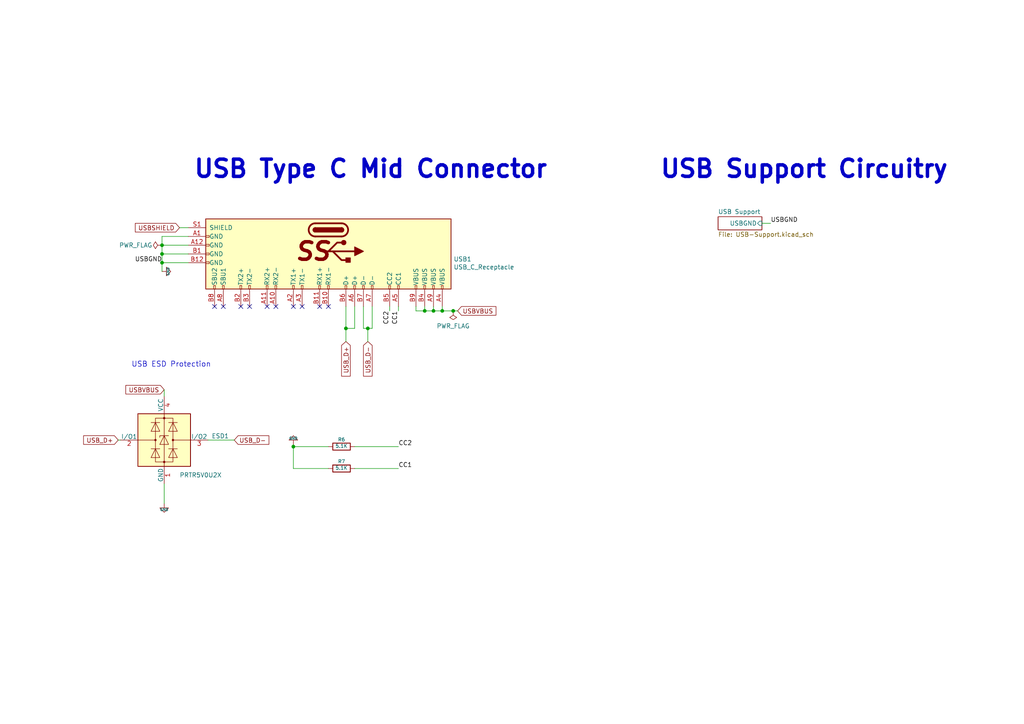
<source format=kicad_sch>
(kicad_sch (version 20211123) (generator eeschema)
  (paper "A4")
  (title_block (date "2016-05-06") (company "Keyboardio"))
  (lib_symbols
    (symbol "Device:R" (pin_numbers hide) (pin_names (offset 0))
      (property "Reference" "R" (at 2.032 0 90))
      (property "Value" "R" (at 0 0 90))
      (symbol "R_0_1"
        (rectangle (start -1.016 -2.54) (end 1.016 2.54) (stroke (width 0.254)))
      )
      (symbol "R_1_1"
        (pin passive line (at 0 3.81 270) (length 1.27) (name "~") (number "1"))
        (pin passive line (at 0 -3.81 90) (length 1.27) (name "~") (number "2"))
      )
    )
    (symbol "Keyboard-symbols:Power_Protection_PRTR5V0U2X-prtr5v0u2x" (pin_names (offset 0))
      (property "Reference" "D" (at 2.794 8.636 0))
      (property "Value" "Power_Protection_PRTR5V0U2X-prtr5v0u2x" (at 8.128 -9.398 0))
      (symbol "Power_Protection_PRTR5V0U2X-prtr5v0u2x_0_1"
        (rectangle (start -7.62 -7.62) (end 7.62 7.62) (stroke (width 0.254)) (fill (type background)))
        (circle (center -2.54 0) (radius 0.254) (fill (type outline)))
        (circle (center 0 -6.35) (radius 0.254) (fill (type outline)))
        (polyline (pts (xy -2.54 -2.54) (xy -2.54 5.08)))
        (polyline (pts (xy -2.54 0) (xy -7.62 0)))
        (polyline (pts (xy -1.27 -2.54) (xy -3.81 -2.54)))
        (polyline (pts (xy -1.27 5.08) (xy -3.81 5.08)))
        (polyline (pts (xy 0 -7.62) (xy 0 -6.35)))
        (polyline (pts (xy 0 -6.35) (xy 0 1.27)))
        (polyline (pts (xy 0 1.27) (xy 0 6.35)))
        (polyline (pts (xy 0 6.35) (xy 0 7.62)))
        (polyline (pts (xy 1.27 -2.54) (xy 3.81 -2.54)))
        (polyline (pts (xy 1.27 5.08) (xy 3.81 5.08)))
        (polyline (pts (xy 2.54 -2.54) (xy 2.54 5.08)))
        (polyline (pts (xy 2.54 0) (xy 7.62 0)))
        (polyline (pts (xy 0 -6.35) (xy -2.54 -6.35) (xy -2.54 -2.54)))
        (polyline (pts (xy 1.27 1.27) (xy -1.27 1.27) (xy -1.27 0.762)))
        (polyline (pts (xy 2.54 -2.54) (xy 2.54 -6.35) (xy 0 -6.35)))
        (polyline (pts (xy -3.81 -5.08) (xy -1.27 -5.08) (xy -2.54 -2.54) (xy -3.81 -5.08)))
        (polyline (pts (xy -3.81 2.54) (xy -1.27 2.54) (xy -2.54 5.08) (xy -3.81 2.54)))
        (polyline (pts (xy -2.54 5.08) (xy -2.54 6.35) (xy 2.54 6.35) (xy 2.54 5.08)))
        (polyline (pts (xy -1.27 -1.27) (xy 1.27 -1.27) (xy 0 1.27) (xy -1.27 -1.27)))
        (polyline (pts (xy 3.81 -5.08) (xy 1.27 -5.08) (xy 2.54 -2.54) (xy 3.81 -5.08)))
        (polyline (pts (xy 3.81 2.54) (xy 1.27 2.54) (xy 2.54 5.08) (xy 3.81 2.54)))
        (circle (center 0 6.35) (radius 0.254) (fill (type outline)))
        (circle (center 2.54 0) (radius 0.254) (fill (type outline)))
      )
      (symbol "Power_Protection_PRTR5V0U2X-prtr5v0u2x_1_1"
        (pin power_in line (at 0 -12.7 90) (length 5.08) (name "GND") (number "1"))
        (pin passive line (at -12.7 0 0) (length 5.08) (name "I/O1") (number "2"))
        (pin passive line (at 12.7 0 180) (length 5.08) (name "I/O2") (number "3"))
        (pin power_in line (at 0 12.7 270) (length 5.08) (name "VCC") (number "4"))
      )
    )
    (symbol "Keyboard-symbols:USB_C_Receptacle-usb_c_receptacle" (pin_names (offset 1.016))
      (property "Reference" "J" (at -10.16 36.83 0))
      (property "Value" "USB_C_Receptacle-usb_c_receptacle" (at 10.16 36.83 0))
      (symbol "USB_C_Receptacle-usb_c_receptacle_0_0"
        (rectangle (start -5.334 -35.56) (end -4.826 -34.544))
        (rectangle (start -2.794 -35.56) (end -2.286 -34.544))
        (rectangle (start -0.254 -35.56) (end 0.254 -34.544))
        (rectangle (start 2.286 -35.56) (end 2.794 -34.544))
        (rectangle (start 10.16 -32.766) (end 9.144 -33.274))
        (rectangle (start 10.16 -30.226) (end 9.144 -30.734))
        (rectangle (start 10.16 -25.146) (end 9.144 -25.654))
        (rectangle (start 10.16 -22.606) (end 9.144 -23.114))
        (rectangle (start 10.16 -17.526) (end 9.144 -18.034))
        (rectangle (start 10.16 -14.986) (end 9.144 -15.494))
        (rectangle (start 10.16 -9.906) (end 9.144 -10.414))
        (rectangle (start 10.16 -7.366) (end 9.144 -7.874))
        (rectangle (start 10.16 -2.286) (end 9.144 -2.794))
        (rectangle (start 10.16 0.254) (end 9.144 -0.254))
        (rectangle (start 10.16 5.334) (end 9.144 4.826))
        (rectangle (start 10.16 7.874) (end 9.144 7.366))
        (rectangle (start 10.16 10.414) (end 9.144 9.906))
        (rectangle (start 10.16 12.954) (end 9.144 12.446))
        (rectangle (start 10.16 18.034) (end 9.144 17.526))
        (rectangle (start 10.16 20.574) (end 9.144 20.066))
        (rectangle (start 10.16 25.654) (end 9.144 25.146))
        (rectangle (start 10.16 28.194) (end 9.144 27.686))
        (rectangle (start 10.16 30.734) (end 9.144 30.226))
        (rectangle (start 10.16 33.274) (end 9.144 32.766))
        (text "SS" (at -0.762 -4.445 900) (effects (font (size 5.08 5.08) bold italic)))
      )
      (symbol "USB_C_Receptacle-usb_c_receptacle_0_1"
        (rectangle (start -10.16 35.56) (end 10.16 -35.56) (stroke (width 0.254)) (fill (type background)))
        (arc (start -8.89 -3.81) (mid -6.985 -5.715) (end -5.08 -3.81) (stroke (width 0.508)))
        (arc (start -7.62 -3.81) (mid -6.985 -4.445) (end -6.35 -3.81) (stroke (width 0.254)))
        (arc (start -7.62 -3.81) (mid -6.985 -4.445) (end -6.35 -3.81) (stroke (width 0.254)) (fill (type outline)))
        (rectangle (start -7.62 -3.81) (end -6.35 3.81) (stroke (width 0.254)) (fill (type outline)))
        (arc (start -6.35 3.81) (mid -6.985 4.445) (end -7.62 3.81) (stroke (width 0.254)))
        (arc (start -6.35 3.81) (mid -6.985 4.445) (end -7.62 3.81) (stroke (width 0.254)) (fill (type outline)))
        (arc (start -5.08 3.81) (mid -6.985 5.715) (end -8.89 3.81) (stroke (width 0.508)))
        (circle (center -3.302 4.445) (radius 0.635) (stroke (width 0.254)) (fill (type outline)))
        (polyline (pts (xy -8.89 -3.81) (xy -8.89 3.81)) (stroke (width 0.508)))
        (polyline (pts (xy -5.08 3.81) (xy -5.08 -3.81)) (stroke (width 0.508)))
        (polyline (pts (xy -0.762 -1.27) (xy -0.762 7.62)) (stroke (width 0.508)))
        (polyline (pts (xy -0.762 0) (xy -3.302 2.54) (xy -3.302 3.81)) (stroke (width 0.508)))
        (polyline (pts (xy -0.762 1.27) (xy 1.778 3.81) (xy 1.778 5.08)) (stroke (width 0.508)))
        (polyline (pts (xy -2.032 7.62) (xy -0.762 10.16) (xy 0.508 7.62) (xy -2.032 7.62)) (stroke (width 0.254)) (fill (type outline)))
        (rectangle (start 1.143 5.08) (end 2.413 6.35) (stroke (width 0.254)) (fill (type outline)))
      )
      (symbol "USB_C_Receptacle-usb_c_receptacle_1_1"
        (pin power_in line (at -5.08 -40.64 90) (length 5.08) (name "GND") (number "A1"))
        (pin bidirectional line (at 15.24 -15.24 180) (length 5.08) (name "RX2-") (number "A10"))
        (pin bidirectional line (at 15.24 -17.78 180) (length 5.08) (name "RX2+") (number "A11"))
        (pin power_in line (at -2.54 -40.64 90) (length 5.08) (name "GND") (number "A12"))
        (pin bidirectional line (at 15.24 -10.16 180) (length 5.08) (name "TX1+") (number "A2"))
        (pin bidirectional line (at 15.24 -7.62 180) (length 5.08) (name "TX1-") (number "A3"))
        (pin power_in line (at 15.24 33.02 180) (length 5.08) (name "VBUS") (number "A4"))
        (pin bidirectional line (at 15.24 20.32 180) (length 5.08) (name "CC1") (number "A5"))
        (pin bidirectional line (at 15.24 7.62 180) (length 5.08) (name "D+") (number "A6"))
        (pin bidirectional line (at 15.24 12.7 180) (length 5.08) (name "D-") (number "A7"))
        (pin bidirectional line (at 15.24 -30.48 180) (length 5.08) (name "SBU1") (number "A8"))
        (pin power_in line (at 15.24 30.48 180) (length 5.08) (name "VBUS") (number "A9"))
        (pin power_in line (at 0 -40.64 90) (length 5.08) (name "GND") (number "B1"))
        (pin bidirectional line (at 15.24 0 180) (length 5.08) (name "RX1-") (number "B10"))
        (pin bidirectional line (at 15.24 -2.54 180) (length 5.08) (name "RX1+") (number "B11"))
        (pin power_in line (at 2.54 -40.64 90) (length 5.08) (name "GND") (number "B12"))
        (pin bidirectional line (at 15.24 -25.4 180) (length 5.08) (name "TX2+") (number "B2"))
        (pin bidirectional line (at 15.24 -22.86 180) (length 5.08) (name "TX2-") (number "B3"))
        (pin power_in line (at 15.24 27.94 180) (length 5.08) (name "VBUS") (number "B4"))
        (pin bidirectional line (at 15.24 17.78 180) (length 5.08) (name "CC2") (number "B5"))
        (pin bidirectional line (at 15.24 5.08 180) (length 5.08) (name "D+") (number "B6"))
        (pin bidirectional line (at 15.24 10.16 180) (length 5.08) (name "D-") (number "B7"))
        (pin bidirectional line (at 15.24 -33.02 180) (length 5.08) (name "SBU2") (number "B8"))
        (pin power_in line (at 15.24 25.4 180) (length 5.08) (name "VBUS") (number "B9"))
        (pin passive line (at -7.62 -40.64 90) (length 5.08) (name "SHIELD") (number "S1"))
      )
    )
    (symbol "power:GND" (power) (pin_names (offset 0))
      (property "Value" "GND" (at 0 -3.81 0))
      (symbol "GND_0_1"
        (polyline (pts (xy 0 0) (xy 0 -1.27) (xy 1.27 -1.27) (xy 0 -2.54) (xy -1.27 -1.27) (xy 0 -1.27)))
      )
      (symbol "GND_1_1"
        (pin power_in line (at 0 0 270) (length 0) hide (name "GND") (number "1"))
      )
    )
    (symbol "power:PWR_FLAG" (power) (pin_numbers hide) (pin_names (offset 0) hide)
      (property "Value" "PWR_FLAG" (at 0 3.81 0))
      (symbol "PWR_FLAG_0_0"
        (pin power_out line (at 0 0 90) (length 0) (name "pwr") (number "1"))
      )
      (symbol "PWR_FLAG_0_1"
        (polyline (pts (xy 0 0) (xy 0 1.27) (xy -1.016 1.905) (xy 0 2.54) (xy 1.016 1.905) (xy 0 1.27)))
      )
    )
  )
  (junction (at 131.445 90.17))
  (junction (at 46.99 76.2))
  (junction (at 123.19 90.17))
  (junction (at 46.99 71.12))
  (junction (at 100.33 95.25))
  (junction (at 106.68 95.25))
  (junction (at 125.73 90.17))
  (junction (at 128.27 90.17))
  (junction (at 46.99 73.66))
  (junction (at 85.09 129.54))
  (no_connect (at 72.39 88.9))
  (no_connect (at 69.85 88.9))
  (no_connect (at 92.71 88.9))
  (no_connect (at 64.77 88.9))
  (no_connect (at 95.25 88.9))
  (no_connect (at 85.09 88.9))
  (no_connect (at 87.63 88.9))
  (no_connect (at 62.23 88.9))
  (no_connect (at 77.47 88.9))
  (no_connect (at 80.01 88.9))
  (wire (pts (xy 34.29 127.635) (xy 34.925 127.635)))
  (wire (pts (xy 115.57 88.9) (xy 115.57 90.17)))
  (wire (pts (xy 220.98 64.77) (xy 223.52 64.77)))
  (wire (pts (xy 123.19 90.17) (xy 125.73 90.17)))
  (wire (pts (xy 102.87 95.25) (xy 102.87 88.9)))
  (wire (pts (xy 125.73 88.9) (xy 125.73 90.17)))
  (wire (pts (xy 46.99 68.58) (xy 54.61 68.58)))
  (wire (pts (xy 85.09 129.54) (xy 85.09 128.905)))
  (wire (pts (xy 60.325 127.635) (xy 67.945 127.635)))
  (wire (pts (xy 115.57 135.89) (xy 102.87 135.89)))
  (wire (pts (xy 106.68 95.25) (xy 107.95 95.25)))
  (wire (pts (xy 100.33 95.25) (xy 100.33 99.06)))
  (wire (pts (xy 120.65 90.17) (xy 123.19 90.17)))
  (wire (pts (xy 107.95 95.25) (xy 107.95 88.9)))
  (wire (pts (xy 128.27 90.17) (xy 131.445 90.17)))
  (wire (pts (xy 131.445 90.17) (xy 132.715 90.17)))
  (wire (pts (xy 54.61 76.2) (xy 46.99 76.2)))
  (wire (pts (xy 105.41 95.25) (xy 106.68 95.25)))
  (wire (pts (xy 54.61 71.12) (xy 46.99 71.12)))
  (wire (pts (xy 47.625 114.935) (xy 47.625 113.03)))
  (wire (pts (xy 128.27 88.9) (xy 128.27 90.17)))
  (wire (pts (xy 52.07 66.04) (xy 54.61 66.04)))
  (wire (pts (xy 46.99 76.2) (xy 46.99 78.74)))
  (wire (pts (xy 100.33 88.9) (xy 100.33 95.25)))
  (wire (pts (xy 95.25 129.54) (xy 85.09 129.54)))
  (wire (pts (xy 47.625 140.335) (xy 47.625 146.05)))
  (wire (pts (xy 123.19 88.9) (xy 123.19 90.17)))
  (wire (pts (xy 100.33 95.25) (xy 102.87 95.25)))
  (wire (pts (xy 46.99 73.66) (xy 46.99 76.2)))
  (wire (pts (xy 115.57 129.54) (xy 102.87 129.54)))
  (wire (pts (xy 95.25 135.89) (xy 85.09 135.89)))
  (wire (pts (xy 113.03 88.9) (xy 113.03 90.17)))
  (wire (pts (xy 46.99 68.58) (xy 46.99 71.12)))
  (wire (pts (xy 125.73 90.17) (xy 128.27 90.17)))
  (wire (pts (xy 46.99 71.12) (xy 46.99 73.66)))
  (wire (pts (xy 120.65 88.9) (xy 120.65 90.17)))
  (wire (pts (xy 105.41 88.9) (xy 105.41 95.25)))
  (wire (pts (xy 85.09 135.89) (xy 85.09 129.54)))
  (wire (pts (xy 106.68 95.25) (xy 106.68 99.06)))
  (wire (pts (xy 54.61 73.66) (xy 46.99 73.66)))
  (text "USB ESD Protection" (at 38.1 106.68 0) (effects (font (size 1.524 1.524)) (justify left bottom)))
  (text "USB Type C Mid Connector" (at 55.88 52.07 0) (effects (font (size 5.0038 5.0038) (thickness 1.0008) bold) (justify left bottom)))
  (text "USB Support Circuitry" (at 191.135 52.07 0) (effects (font (size 5.0038 5.0038) (thickness 1.0008) bold) (justify left bottom)))
  (label "CC2" (at 115.57 129.54 0))
  (label "CC1" (at 115.57 90.17 270))
  (label "CC1" (at 115.57 135.89 0))
  (label "USBGND" (at 46.99 76.2 180))
  (label "USBGND" (at 223.52 64.77 0))
  (label "CC2" (at 113.03 90.17 270))
  (global_label "USB_D+" (shape input) (at 34.29 127.635 180) (property "Intersheet References" "${INTERSHEET_REFS}" (effects hide)))
  (global_label "USBSHIELD" (shape input) (at 52.07 66.04 180) (property "Intersheet References" "${INTERSHEET_REFS}" (effects hide)))
  (global_label "USB_D-" (shape input) (at 106.68 99.06 270) (property "Intersheet References" "${INTERSHEET_REFS}" (effects hide)))
  (global_label "USBVBUS" (shape input) (at 47.625 113.03 180) (property "Intersheet References" "${INTERSHEET_REFS}" (effects hide)))
  (global_label "USB_D-" (shape input) (at 67.945 127.635 0) (property "Intersheet References" "${INTERSHEET_REFS}" (effects hide)))
  (global_label "USB_D+" (shape input) (at 100.33 99.06 270) (property "Intersheet References" "${INTERSHEET_REFS}" (effects hide)))
  (global_label "USBVBUS" (shape input) (at 132.715 90.17 0) (property "Intersheet References" "${INTERSHEET_REFS}" (effects hide)))
  (symbol (lib_id "Device:R") (at 99.06 135.89 90) (unit 1)
    (property "Reference" "R7" (at 99.06 133.858 90) (effects (font (size 1.016 1.016))))
    (property "Value" "5.1K" (at 99.0346 135.7122 90) (effects (font (size 1.016 1.016))))
    (property "Footprint" "Resistor_SMD:R_0603_1608Metric" (effects hide))
    (property "MPN" "RT0603BRD075K1L" (effects hide))
    (property "Description" "RES SMD 5.1K OHM 0.5% 1/16W 0603" (effects hide))
    (property "DigiKey" "YAG1696TR-ND" (effects hide))
    (property "Manufacturer" "Yaego" (effects hide))
    (property "Seeed Part Num" "RT0603BRD075K1L	" (effects hide))
    (property "LCSC" "C122969" (effects hide))
  )
  (symbol (lib_id "power:GND") (at 85.09 128.905 180) (unit 1)
    (property "Reference" "#PWR0120" (effects hide))
    (property "Value" "VSS" (at 85.09 127.127 0) (effects (font (size 0.762 0.762))))
  )
  (symbol (lib_id "Keyboard-symbols:USB_C_Receptacle-usb_c_receptacle") (at 95.25 73.66 270) (unit 1)
    (property "Reference" "USB1" (at 131.5466 75.1586 90) (effects (justify left)))
    (property "Value" "USB_C_Receptacle" (at 131.5466 77.47 90) (effects (justify left)))
    (property "Footprint" "Keyboardio:USB-TYPE-C-MIDMOUNT" (effects hide))
    (property "Datasheet" "http://www.usb.org/developers/docs/usb_31_033017.zip" (effects hide))
    (property "MPN" "DX07B024JJ2R1500 " (effects hide))
    (property "Description" "Mid-mount USB C socket" (effects hide))
    (property "Manufacturer" "JAE" (effects hide))
  )
  (symbol (lib_id "Device:R") (at 99.06 129.54 90) (unit 1)
    (property "Reference" "R6" (at 99.06 127.508 90) (effects (font (size 1.016 1.016))))
    (property "Value" "5.1K" (at 99.0346 129.3622 90) (effects (font (size 1.016 1.016))))
    (property "Footprint" "Resistor_SMD:R_0603_1608Metric" (effects hide))
    (property "Datasheet" "http://www.susumu.co.jp/common/pdf/n_catalog_partition05_en.pdf" (effects hide))
    (property "MPN" "RR0816P-512-D" (effects hide))
    (property "Description" "RES SMD 5.1K OHM 0.5% 1/16W 0603" (effects hide))
    (property "DigiKey" "RR08P5.1KDTR-ND" (effects hide))
    (property "Manufacturer" "Susumu" (effects hide))
    (property "Seeed Part Num" "RT0603BRD075K1L	" (effects hide))
  )
  (symbol (lib_id "Keyboard-symbols:Power_Protection_PRTR5V0U2X-prtr5v0u2x") (at 47.625 127.635 0) (unit 1)
    (property "Reference" "ESD1" (at 61.3664 126.4666 0) (effects (justify left)))
    (property "Value" "PRTR5V0U2X" (at 52.07 137.795 0) (effects (justify left)))
    (property "Footprint" "Keyboardio:PRTR5V0U2X" (effects hide))
    (property "Datasheet" "https://assets.nexperia.com/documents/data-sheet/PRTR5V0U2X.pdf" (effects hide))
    (property "MPN" "PRTR5V0U2X" (effects hide))
    (property "Description" "TVS DIODE 5.5V SOT143B" (effects hide))
    (property "DigiKey" "1727-3884-2-ND" (effects hide))
    (property "Manufacturer" "Nexperia" (effects hide))
    (property "Seeed Part Num" "PRTR5V0U2X,215	" (effects hide))
    (property "LCSC" "C12333" (effects hide))
  )
  (symbol (lib_id "power:GND") (at 47.625 146.05 0) (unit 1)
    (property "Reference" "#PWR0122" (effects hide))
    (property "Value" "VSS" (at 47.625 147.828 0) (effects (font (size 0.762 0.762))))
  )
  (symbol (lib_id "power:PWR_FLAG") (at 46.99 71.12 90) (unit 1)
    (property "Reference" "#FLG0102" (effects hide))
    (property "Value" "PWR_FLAG" (at 39.37 71.12 90))
  )
  (symbol (lib_id "power:GND") (at 46.99 78.74 90) (unit 1)
    (property "Reference" "#PWR0121" (effects hide))
    (property "Value" "VSS" (at 48.768 78.74 0) (effects (font (size 0.762 0.762))))
  )
  (symbol (lib_id "power:PWR_FLAG") (at 131.445 90.17 180) (unit 1)
    (property "Reference" "#FLG0101" (effects hide))
    (property "Value" "PWR_FLAG" (at 131.445 94.5642 0))
  )
  (sheet (at 208.28 62.865) (size 12.7 3.81)
    (property "Sheet name" "USB Support" (at 208.28 62.1534 0) (effects (justify left bottom)))
    (property "Sheet file" "USB-Support.kicad_sch" (at 208.28 67.2596 0) (effects (justify left top)))
    (pin "USBGND" input (at 220.98 64.77 0))
  )
)
</source>
